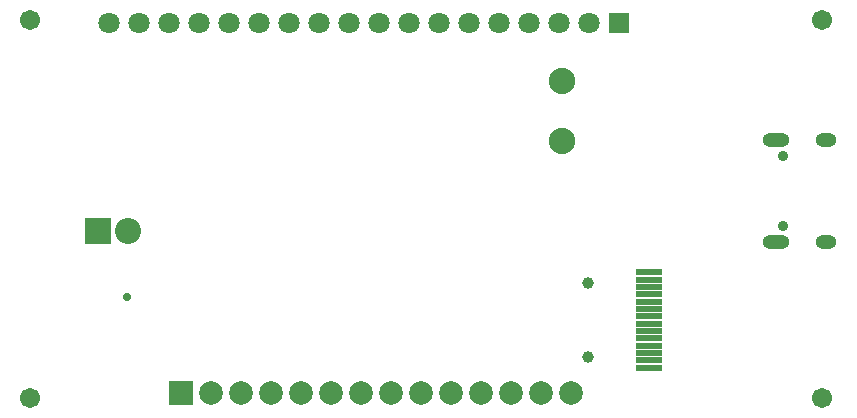
<source format=gbs>
G04*
G04 #@! TF.GenerationSoftware,Altium Limited,Altium Designer,21.8.1 (53)*
G04*
G04 Layer_Color=16711935*
%FSLAX24Y24*%
%MOIN*%
G70*
G04*
G04 #@! TF.SameCoordinates,E0417417-2892-4B46-94DD-8EEE6E3CFD50*
G04*
G04*
G04 #@! TF.FilePolarity,Negative*
G04*
G01*
G75*
%ADD82C,0.0789*%
%ADD83R,0.0789X0.0789*%
%ADD84C,0.0395*%
%ADD85R,0.0867X0.0867*%
%ADD86C,0.0867*%
%ADD87R,0.0710X0.0710*%
%ADD88C,0.0710*%
%ADD89C,0.0880*%
%ADD90C,0.0356*%
%ADD91O,0.0710X0.0474*%
%ADD92O,0.0907X0.0474*%
%ADD93C,0.0280*%
%ADD94C,0.0671*%
%ADD110R,0.0867X0.0206*%
D82*
X18600Y750D02*
D03*
X17600D02*
D03*
X16600D02*
D03*
X15600D02*
D03*
X14600D02*
D03*
X13600D02*
D03*
X12600D02*
D03*
X11600D02*
D03*
X10600D02*
D03*
X9600D02*
D03*
X8600D02*
D03*
X7600D02*
D03*
X6600D02*
D03*
D83*
X5600D02*
D03*
D84*
X19172Y4410D02*
D03*
Y1969D02*
D03*
D85*
X2850Y6150D02*
D03*
D86*
X3850D02*
D03*
D87*
X20200Y13100D02*
D03*
D88*
X19200D02*
D03*
X18200D02*
D03*
X17200D02*
D03*
X16200D02*
D03*
X15200D02*
D03*
X14200D02*
D03*
X13200D02*
D03*
X12200D02*
D03*
X11200D02*
D03*
X10200D02*
D03*
X9200D02*
D03*
X8200D02*
D03*
X7200D02*
D03*
X6200D02*
D03*
X5200D02*
D03*
X4200D02*
D03*
X3200D02*
D03*
D89*
X18300Y9150D02*
D03*
Y11150D02*
D03*
D90*
X25666Y8673D02*
D03*
Y6327D02*
D03*
D91*
X27103Y9201D02*
D03*
Y5799D02*
D03*
D92*
X25457Y9201D02*
D03*
Y5799D02*
D03*
D93*
X3800Y3950D02*
D03*
D94*
X591Y591D02*
D03*
X26969Y13189D02*
D03*
Y591D02*
D03*
X591Y13189D02*
D03*
D110*
X21200Y1603D02*
D03*
X21200Y1847D02*
D03*
X21200Y2091D02*
D03*
X21200Y2335D02*
D03*
Y2580D02*
D03*
X21200Y2824D02*
D03*
Y3068D02*
D03*
Y3312D02*
D03*
Y3556D02*
D03*
Y3800D02*
D03*
Y4044D02*
D03*
Y4288D02*
D03*
Y4532D02*
D03*
X21200Y4776D02*
D03*
M02*

</source>
